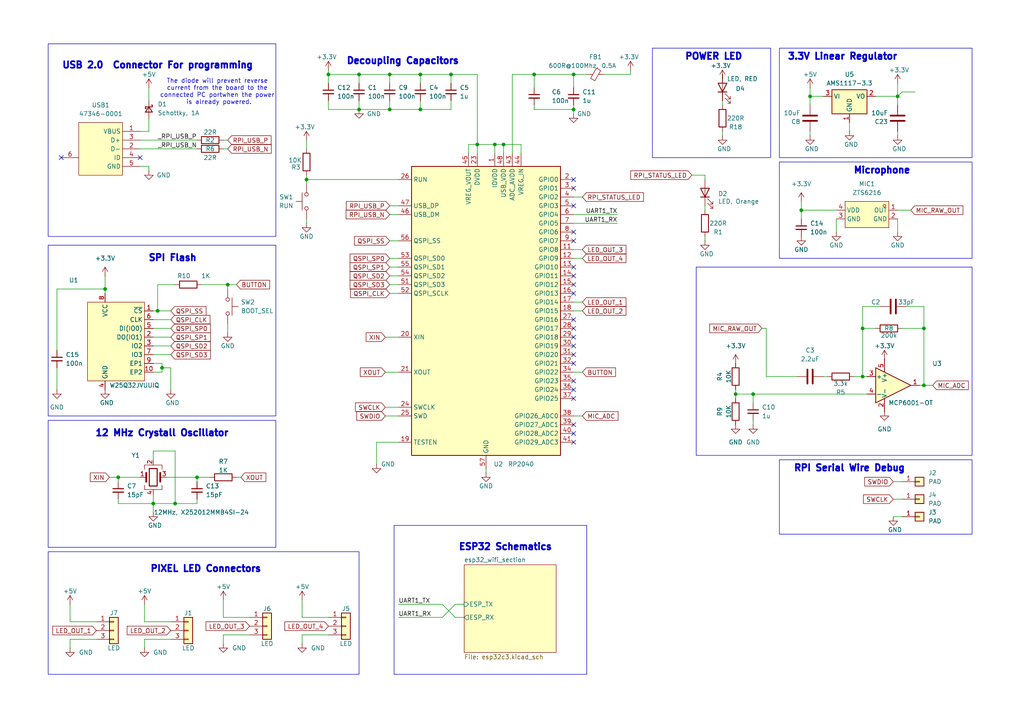
<source format=kicad_sch>
(kicad_sch (version 20231120) (generator "eeschema") (generator_version "8.0")
  (paper "A4")
  (lib_symbols
    (symbol "Amplifier_Operational:MCP6001-OT" (pin_names (offset 0.127))
      (property "Reference" "U" (at -1.27 6.35 0))
      (property "Value" "MCP6001-OT" (at -1.27 3.81 0))
      (symbol "MCP6001-OT_0_1"
        (pin power_in line (at -2.54 -7.62 90) (length 3.81) (name "V-") (number "2"))
        (pin power_in line (at -2.54 7.62 270) (length 3.81) (name "V+") (number "5"))
      )
      (symbol "MCP6001-OT_1_1"
        (pin output line (at 7.62 0 180) (length 2.54) (name "~") (number "1"))
        (pin input line (at -7.62 2.54 0) (length 2.54) (name "+") (number "3"))
        (pin input line (at -7.62 -2.54 0) (length 2.54) (name "-") (number "4"))
      )
    )
    (symbol "Connector_Generic:Conn_01x01" (pin_names (offset 1.016) hide)
      (property "Reference" "J" (at 0 2.54 0))
      (property "Value" "Conn_01x01" (at 0 -2.54 0))
      (symbol "Conn_01x01_1_1"
        (pin passive line (at -5.08 0 0) (length 3.81) (name "Pin_1") (number "1"))
      )
    )
    (symbol "Connector_Generic:Conn_01x03" (pin_names (offset 1.016) hide)
      (property "Reference" "J" (at 0 5.08 0))
      (property "Value" "Conn_01x03" (at 0 -5.08 0))
      (symbol "Conn_01x03_1_1"
        (pin passive line (at -5.08 2.54 0) (length 3.81) (name "Pin_1") (number "1"))
        (pin passive line (at -5.08 0 0) (length 3.81) (name "Pin_2") (number "2"))
        (pin passive line (at -5.08 -2.54 0) (length 3.81) (name "Pin_3") (number "3"))
      )
    )
    (symbol "Device:C" (pin_numbers hide) (pin_names (offset 0.254))
      (property "Reference" "C" (at 0.635 2.54 0))
      (property "Value" "C" (at 0.635 -2.54 0))
      (symbol "C_1_1"
        (pin passive line (at 0 3.81 270) (length 2.794) (name "~") (number "1"))
        (pin passive line (at 0 -3.81 90) (length 2.794) (name "~") (number "2"))
      )
    )
    (symbol "Device:C_Small" (pin_numbers hide) (pin_names (offset 0.254) hide)
      (property "Reference" "C" (at 0.254 1.778 0))
      (property "Value" "C_Small" (at 0.254 -2.032 0))
      (symbol "C_Small_1_1"
        (pin passive line (at 0 2.54 270) (length 2.032) (name "~") (number "1"))
        (pin passive line (at 0 -2.54 90) (length 2.032) (name "~") (number "2"))
      )
    )
    (symbol "Device:Crystal_GND24" (pin_names (offset 1.016) hide)
      (property "Reference" "Y" (at 3.175 5.08 0))
      (property "Value" "Crystal_GND24" (at 3.175 3.175 0))
      (symbol "Crystal_GND24_1_1"
        (pin passive line (at -3.81 0 0) (length 1.27) (name "1") (number "1"))
        (pin passive line (at 0 5.08 270) (length 1.27) (name "2") (number "2"))
        (pin passive line (at 3.81 0 180) (length 1.27) (name "3") (number "3"))
        (pin passive line (at 0 -5.08 90) (length 1.27) (name "4") (number "4"))
      )
    )
    (symbol "Device:D_Schottky_Small" (pin_numbers hide) (pin_names (offset 0.254) hide)
      (property "Reference" "D" (at -1.27 2.032 0))
      (property "Value" "D_Schottky_Small" (at -7.112 -2.032 0))
      (symbol "D_Schottky_Small_1_1"
        (pin passive line (at -2.54 0 0) (length 1.778) (name "K") (number "1"))
        (pin passive line (at 2.54 0 180) (length 1.778) (name "A") (number "2"))
      )
    )
    (symbol "Device:FerriteBead_Small" (pin_numbers hide) (pin_names (offset 0))
      (property "Reference" "FB" (at 1.905 1.27 0))
      (property "Value" "FerriteBead_Small" (at 1.905 -1.27 0))
      (symbol "FerriteBead_Small_1_1"
        (pin passive line (at 0 2.54 270) (length 1.27) (name "~") (number "1"))
        (pin passive line (at 0 -2.54 90) (length 1.27) (name "~") (number "2"))
      )
    )
    (symbol "Device:LED" (pin_numbers hide) (pin_names (offset 1.016) hide)
      (property "Reference" "D" (at 0 2.54 0))
      (property "Value" "LED" (at 0 -2.54 0))
      (symbol "LED_1_1"
        (pin passive line (at -3.81 0 0) (length 2.54) (name "K") (number "1"))
        (pin passive line (at 3.81 0 180) (length 2.54) (name "A") (number "2"))
      )
    )
    (symbol "Device:R" (pin_numbers hide) (pin_names (offset 0))
      (property "Reference" "R" (at 2.032 0 90))
      (property "Value" "R" (at 0 0 90))
      (symbol "R_1_1"
        (pin passive line (at 0 3.81 270) (length 1.27) (name "~") (number "1"))
        (pin passive line (at 0 -3.81 90) (length 1.27) (name "~") (number "2"))
      )
    )
    (symbol "External_Library:47346-0001"
      (property "Reference" "USB" (at 0 8.89 0))
      (property "Value" "47346-0001" (at 0.254 -11.938 0))
      (symbol "47346-0001_0_1"
        (pin bidirectional line (at -11.43 3.81 0) (length 5.08) (name "VBUS") (number "1"))
        (pin bidirectional line (at -11.43 -3.81 0) (length 5.08) (name "ID") (number "4"))
        (pin bidirectional line (at -11.43 -6.35 0) (length 5.08) (name "GND") (number "5"))
        (pin unspecified line (at 11.43 -3.81 180) (length 5.08) (name "") (number "6"))
      )
      (symbol "47346-0001_1_1"
        (pin input line (at -11.43 -1.27 0) (length 5.08) (name "D-") (number "2"))
        (pin input line (at -11.43 1.27 0) (length 5.08) (name "D+") (number "3"))
      )
    )
    (symbol "External_Library:W25Q32JVUUIQ"
      (property "Reference" "U" (at 0 16.51 0))
      (property "Value" "W25Q32JVUUIQ" (at 20.574 -16.51 0))
      (symbol "W25Q32JVUUIQ_0_1"
        (pin unspecified line (at 26.67 5.08 180) (length 2.54) (name "~{CS}") (number "1"))
        (pin unspecified line (at 26.67 -12.7 180) (length 2.54) (name "EP2") (number "10"))
        (pin unspecified line (at 26.67 -2.54 180) (length 2.54) (name "DO(IO1)") (number "2"))
        (pin unspecified line (at 12.7 -17.78 90) (length 2.54) (name "GND") (number "4"))
        (pin unspecified line (at 26.67 0 180) (length 2.54) (name "DI(IO0)") (number "5"))
        (pin unspecified line (at 26.67 2.54 180) (length 2.54) (name "CLK") (number "6"))
        (pin unspecified line (at 12.7 10.16 270) (length 2.54) (name "VCC") (number "8"))
        (pin unspecified line (at 26.67 -10.16 180) (length 2.54) (name "EP1") (number "9"))
      )
      (symbol "W25Q32JVUUIQ_1_1"
        (pin unspecified line (at 26.67 -5.08 180) (length 2.54) (name "IO2") (number "3"))
        (pin unspecified line (at 26.67 -7.62 180) (length 2.54) (name "IO3") (number "7"))
      )
    )
    (symbol "MCU_RaspberryPi:RP2040"
      (property "Reference" "U" (at 17.78 45.72 0))
      (property "Value" "RP2040" (at 17.78 43.18 0))
      (symbol "RP2040_1_1"
        (pin power_in line (at 2.54 45.72 270) (length 3.81) (name "IOVDD") (number "1"))
        (pin passive line (at 2.54 45.72 270) (length 3.81) hide (name "IOVDD") (number "10"))
        (pin bidirectional line (at 25.4 17.78 180) (length 3.81) (name "GPIO8") (number "11"))
        (pin bidirectional line (at 25.4 15.24 180) (length 3.81) (name "GPIO9") (number "12"))
        (pin bidirectional line (at 25.4 12.7 180) (length 3.81) (name "GPIO10") (number "13"))
        (pin bidirectional line (at 25.4 10.16 180) (length 3.81) (name "GPIO11") (number "14"))
        (pin bidirectional line (at 25.4 7.62 180) (length 3.81) (name "GPIO12") (number "15"))
        (pin bidirectional line (at 25.4 5.08 180) (length 3.81) (name "GPIO13") (number "16"))
        (pin bidirectional line (at 25.4 2.54 180) (length 3.81) (name "GPIO14") (number "17"))
        (pin bidirectional line (at 25.4 0 180) (length 3.81) (name "GPIO15") (number "18"))
        (pin input line (at -25.4 -38.1 0) (length 3.81) (name "TESTEN") (number "19"))
        (pin bidirectional line (at 25.4 38.1 180) (length 3.81) (name "GPIO0") (number "2"))
        (pin input line (at -25.4 -7.62 0) (length 3.81) (name "XIN") (number "20"))
        (pin passive line (at -25.4 -17.78 0) (length 3.81) (name "XOUT") (number "21"))
        (pin passive line (at 2.54 45.72 270) (length 3.81) hide (name "IOVDD") (number "22"))
        (pin power_in line (at -2.54 45.72 270) (length 3.81) (name "DVDD") (number "23"))
        (pin input line (at -25.4 -27.94 0) (length 3.81) (name "SWCLK") (number "24"))
        (pin bidirectional line (at -25.4 -30.48 0) (length 3.81) (name "SWD") (number "25"))
        (pin input line (at -25.4 38.1 0) (length 3.81) (name "RUN") (number "26"))
        (pin bidirectional line (at 25.4 -2.54 180) (length 3.81) (name "GPIO16") (number "27"))
        (pin bidirectional line (at 25.4 -5.08 180) (length 3.81) (name "GPIO17") (number "28"))
        (pin bidirectional line (at 25.4 -7.62 180) (length 3.81) (name "GPIO18") (number "29"))
        (pin bidirectional line (at 25.4 35.56 180) (length 3.81) (name "GPIO1") (number "3"))
        (pin bidirectional line (at 25.4 -10.16 180) (length 3.81) (name "GPIO19") (number "30"))
        (pin bidirectional line (at 25.4 -12.7 180) (length 3.81) (name "GPIO20") (number "31"))
        (pin bidirectional line (at 25.4 -15.24 180) (length 3.81) (name "GPIO21") (number "32"))
        (pin passive line (at 2.54 45.72 270) (length 3.81) hide (name "IOVDD") (number "33"))
        (pin bidirectional line (at 25.4 -17.78 180) (length 3.81) (name "GPIO22") (number "34"))
        (pin bidirectional line (at 25.4 -20.32 180) (length 3.81) (name "GPIO23") (number "35"))
        (pin bidirectional line (at 25.4 -22.86 180) (length 3.81) (name "GPIO24") (number "36"))
        (pin bidirectional line (at 25.4 -25.4 180) (length 3.81) (name "GPIO25") (number "37"))
        (pin bidirectional line (at 25.4 -30.48 180) (length 3.81) (name "GPIO26_ADC0") (number "38"))
        (pin bidirectional line (at 25.4 -33.02 180) (length 3.81) (name "GPIO27_ADC1") (number "39"))
        (pin bidirectional line (at 25.4 33.02 180) (length 3.81) (name "GPIO2") (number "4"))
        (pin bidirectional line (at 25.4 -35.56 180) (length 3.81) (name "GPIO28_ADC2") (number "40"))
        (pin bidirectional line (at 25.4 -38.1 180) (length 3.81) (name "GPIO29_ADC3") (number "41"))
        (pin passive line (at 2.54 45.72 270) (length 3.81) hide (name "IOVDD") (number "42"))
        (pin power_in line (at 7.62 45.72 270) (length 3.81) (name "ADC_AVDD") (number "43"))
        (pin power_in line (at 10.16 45.72 270) (length 3.81) (name "VREG_IN") (number "44"))
        (pin power_out line (at -5.08 45.72 270) (length 3.81) (name "VREG_VOUT") (number "45"))
        (pin bidirectional line (at -25.4 27.94 0) (length 3.81) (name "USB_DM") (number "46"))
        (pin bidirectional line (at -25.4 30.48 0) (length 3.81) (name "USB_DP") (number "47"))
        (pin power_in line (at 5.08 45.72 270) (length 3.81) (name "USB_VDD") (number "48"))
        (pin passive line (at 2.54 45.72 270) (length 3.81) hide (name "IOVDD") (number "49"))
        (pin bidirectional line (at 25.4 30.48 180) (length 3.81) (name "GPIO3") (number "5"))
        (pin passive line (at -2.54 45.72 270) (length 3.81) hide (name "DVDD") (number "50"))
        (pin bidirectional line (at -25.4 7.62 0) (length 3.81) (name "QSPI_SD3") (number "51"))
        (pin output line (at -25.4 5.08 0) (length 3.81) (name "QSPI_SCLK") (number "52"))
        (pin bidirectional line (at -25.4 15.24 0) (length 3.81) (name "QSPI_SD0") (number "53"))
        (pin bidirectional line (at -25.4 10.16 0) (length 3.81) (name "QSPI_SD2") (number "54"))
        (pin bidirectional line (at -25.4 12.7 0) (length 3.81) (name "QSPI_SD1") (number "55"))
        (pin bidirectional line (at -25.4 20.32 0) (length 3.81) (name "QSPI_SS") (number "56"))
        (pin power_in line (at 0 -45.72 90) (length 3.81) (name "GND") (number "57"))
        (pin bidirectional line (at 25.4 27.94 180) (length 3.81) (name "GPIO4") (number "6"))
        (pin bidirectional line (at 25.4 25.4 180) (length 3.81) (name "GPIO5") (number "7"))
        (pin bidirectional line (at 25.4 22.86 180) (length 3.81) (name "GPIO6") (number "8"))
        (pin bidirectional line (at 25.4 20.32 180) (length 3.81) (name "GPIO7") (number "9"))
      )
    )
    (symbol "Regulator_Linear:AMS1117-3.3"
      (property "Reference" "U" (at -3.81 3.175 0))
      (property "Value" "AMS1117-3.3" (at 0 3.175 0))
      (symbol "AMS1117-3.3_1_1"
        (pin power_in line (at 0 -7.62 90) (length 2.54) (name "GND") (number "1"))
        (pin power_out line (at 7.62 0 180) (length 2.54) (name "VO") (number "2"))
        (pin power_in line (at -7.62 0 0) (length 2.54) (name "VI") (number "3"))
      )
    )
    (symbol "Switch:SW_Push" (pin_numbers hide) (pin_names (offset 1.016) hide)
      (property "Reference" "SW" (at 1.27 2.54 0))
      (property "Value" "SW_Push" (at 0 -1.524 0))
      (symbol "SW_Push_0_1"
        (pin passive line (at -5.08 0 0) (length 2.54) (name "1") (number "1"))
        (pin passive line (at 5.08 0 180) (length 2.54) (name "2") (number "2"))
      )
    )
    (symbol "easyeda2kicad:ZTS6216"
      (property "Reference" "MIC" (at 0 6.35 0))
      (property "Value" "ZTS6216" (at 0 -6.35 0))
      (symbol "ZTS6216_0_1"
        (pin unspecified line (at -8.89 1.27 0) (length 2.54) (name "OUT") (number "1"))
        (pin unspecified line (at -8.89 -1.27 0) (length 2.54) (name "GND") (number "2"))
        (pin unspecified line (at 8.89 -1.27 180) (length 2.54) (name "GND") (number "3"))
        (pin unspecified line (at 8.89 1.27 180) (length 2.54) (name "VDD") (number "4"))
      )
    )
    (symbol "power:+3.3V" (power) (pin_numbers hide) (pin_names (offset 0) hide)
      (property "Value" "+3.3V" (at 0 3.556 0))
      (symbol "+3.3V_1_1"
        (pin power_in line (at 0 0 90) (length 0) (name "~") (number "1"))
      )
    )
    (symbol "power:+5V" (power) (pin_numbers hide) (pin_names (offset 0) hide)
      (property "Value" "+5V" (at 0 3.556 0))
      (symbol "+5V_1_1"
        (pin power_in line (at 0 0 90) (length 0) (name "~") (number "1"))
      )
    )
    (symbol "power:GND" (power) (pin_numbers hide) (pin_names (offset 0) hide)
      (property "Value" "GND" (at 0 -3.81 0))
      (symbol "GND_1_1"
        (pin power_in line (at 0 0 270) (length 0) (name "~") (number "1"))
      )
    )
  )
  (junction (at 104.14 31.75))
  (junction (at 232.41 60.96))
  (junction (at 88.9 52.07))
  (junction (at 154.94 21.59))
  (junction (at 213.36 114.3))
  (junction (at 130.81 21.59))
  (junction (at 104.14 21.59))
  (junction (at 250.19 95.25))
  (junction (at 113.03 21.59))
  (junction (at 45.72 90.17))
  (junction (at 121.92 21.59))
  (junction (at 50.8 146.05))
  (junction (at 146.05 41.91))
  (junction (at 113.03 31.75))
  (junction (at 95.25 21.59))
  (junction (at 121.92 31.75))
  (junction (at 166.37 21.59))
  (junction (at 44.45 146.05))
  (junction (at 166.37 31.75))
  (junction (at 234.95 27.94))
  (junction (at 30.48 83.82))
  (junction (at 57.15 138.43))
  (junction (at 218.44 114.3))
  (junction (at 138.43 41.91))
  (junction (at 267.97 95.25))
  (junction (at 46.99 106.68))
  (junction (at 66.04 82.55))
  (junction (at 267.97 111.76))
  (junction (at 143.51 41.91))
  (junction (at 250.19 109.22))
  (junction (at 34.29 138.43))
  (junction (at 260.35 27.94))
  (no_connect (at 166.37 85.09))
  (no_connect (at 166.37 113.03))
  (no_connect (at 166.37 100.33))
  (no_connect (at 166.37 105.41))
  (no_connect (at 166.37 59.69))
  (no_connect (at 166.37 110.49))
  (no_connect (at 166.37 125.73))
  (no_connect (at 166.37 52.07))
  (no_connect (at 166.37 95.25))
  (no_connect (at 166.37 128.27))
  (no_connect (at 40.64 45.72))
  (no_connect (at 17.78 45.72))
  (no_connect (at 166.37 123.19))
  (no_connect (at 166.37 77.47))
  (no_connect (at 166.37 80.01))
  (no_connect (at 166.37 102.87))
  (no_connect (at 166.37 92.71))
  (no_connect (at 166.37 54.61))
  (no_connect (at 166.37 115.57))
  (no_connect (at 166.37 97.79))
  (no_connect (at 166.37 69.85))
  (no_connect (at 166.37 67.31))
  (no_connect (at 166.37 82.55))
  (wire (pts (xy 113.03 31.75) (xy 121.92 31.75)))
  (wire (pts (xy 154.94 21.59) (xy 166.37 21.59)))
  (wire (pts (xy 113.03 21.59) (xy 113.03 24.13)))
  (wire (pts (xy 204.47 50.8) (xy 204.47 52.07)))
  (wire (pts (xy 66.04 82.55) (xy 68.58 82.55)))
  (wire (pts (xy 44.45 133.35) (xy 44.45 130.81)))
  (wire (pts (xy 87.63 179.07) (xy 95.25 179.07)))
  (wire (pts (xy 44.45 105.41) (xy 46.99 105.41)))
  (wire (pts (xy 175.26 21.59) (xy 182.88 21.59)))
  (wire (pts (xy 168.91 74.93) (xy 166.37 74.93)))
  (wire (pts (xy 168.91 107.95) (xy 166.37 107.95)))
  (wire (pts (xy 111.76 118.11) (xy 115.57 118.11)))
  (wire (pts (xy 182.88 20.32) (xy 182.88 21.59)))
  (wire (pts (xy 140.97 137.16) (xy 140.97 135.89)))
  (wire (pts (xy 115.57 175.26) (xy 128.27 175.26)))
  (wire (pts (xy 34.29 139.7) (xy 34.29 138.43)))
  (wire (pts (xy 121.92 21.59) (xy 130.81 21.59)))
  (wire (pts (xy 260.35 27.94) (xy 260.35 30.48)))
  (wire (pts (xy 44.45 143.51) (xy 44.45 146.05)))
  (wire (pts (xy 168.91 120.65) (xy 166.37 120.65)))
  (wire (pts (xy 238.76 109.22) (xy 240.03 109.22)))
  (wire (pts (xy 146.05 41.91) (xy 151.13 41.91)))
  (wire (pts (xy 113.03 21.59) (xy 121.92 21.59)))
  (wire (pts (xy 41.91 175.26) (xy 41.91 180.34)))
  (wire (pts (xy 209.55 29.21) (xy 209.55 30.48)))
  (wire (pts (xy 234.95 25.4) (xy 234.95 27.94)))
  (wire (pts (xy 132.08 179.07) (xy 134.62 179.07)))
  (wire (pts (xy 88.9 52.07) (xy 115.57 52.07)))
  (wire (pts (xy 87.63 186.69) (xy 87.63 184.15)))
  (wire (pts (xy 166.37 64.77) (xy 179.07 64.77)))
  (wire (pts (xy 95.25 21.59) (xy 104.14 21.59)))
  (wire (pts (xy 64.77 179.07) (xy 72.39 179.07)))
  (wire (pts (xy 135.89 44.45) (xy 135.89 41.91)))
  (wire (pts (xy 66.04 96.52) (xy 66.04 93.98)))
  (wire (pts (xy 218.44 114.3) (xy 218.44 116.84)))
  (wire (pts (xy 166.37 30.48) (xy 166.37 31.75)))
  (wire (pts (xy 213.36 114.3) (xy 213.36 115.57)))
  (wire (pts (xy 57.15 138.43) (xy 60.96 138.43)))
  (wire (pts (xy 166.37 21.59) (xy 170.18 21.59)))
  (wire (pts (xy 109.22 134.62) (xy 109.22 128.27)))
  (wire (pts (xy 64.77 40.64) (xy 66.04 40.64)))
  (wire (pts (xy 260.35 67.31) (xy 260.35 63.5)))
  (wire (pts (xy 111.76 107.95) (xy 115.57 107.95)))
  (wire (pts (xy 44.45 95.25) (xy 49.53 95.25)))
  (wire (pts (xy 128.27 175.26) (xy 132.08 179.07)))
  (wire (pts (xy 46.99 105.41) (xy 46.99 106.68)))
  (wire (pts (xy 148.59 21.59) (xy 148.59 44.45)))
  (wire (pts (xy 259.08 144.78) (xy 261.62 144.78)))
  (wire (pts (xy 146.05 41.91) (xy 146.05 44.45)))
  (wire (pts (xy 44.45 97.79) (xy 49.53 97.79)))
  (wire (pts (xy 143.51 41.91) (xy 143.51 44.45)))
  (wire (pts (xy 34.29 146.05) (xy 44.45 146.05)))
  (wire (pts (xy 88.9 50.8) (xy 88.9 52.07)))
  (wire (pts (xy 113.03 82.55) (xy 115.57 82.55)))
  (wire (pts (xy 261.62 26.67) (xy 260.35 27.94)))
  (wire (pts (xy 262.89 88.9) (xy 267.97 88.9)))
  (wire (pts (xy 104.14 31.75) (xy 113.03 31.75)))
  (wire (pts (xy 113.03 59.69) (xy 115.57 59.69)))
  (wire (pts (xy 95.25 20.32) (xy 95.25 21.59)))
  (wire (pts (xy 250.19 95.25) (xy 250.19 109.22)))
  (wire (pts (xy 68.58 138.43) (xy 69.85 138.43)))
  (wire (pts (xy 43.18 49.53) (xy 43.18 48.26)))
  (wire (pts (xy 250.19 88.9) (xy 255.27 88.9)))
  (wire (pts (xy 46.99 106.68) (xy 46.99 107.95)))
  (wire (pts (xy 87.63 173.99) (xy 87.63 179.07)))
  (wire (pts (xy 45.72 82.55) (xy 45.72 90.17)))
  (wire (pts (xy 204.47 59.69) (xy 204.47 60.96)))
  (wire (pts (xy 88.9 53.34) (xy 88.9 52.07)))
  (wire (pts (xy 43.18 25.4) (xy 43.18 29.21)))
  (wire (pts (xy 260.35 24.13) (xy 260.35 27.94)))
  (wire (pts (xy 113.03 80.01) (xy 115.57 80.01)))
  (wire (pts (xy 95.25 29.21) (xy 95.25 31.75)))
  (wire (pts (xy 132.08 175.26) (xy 134.62 175.26)))
  (wire (pts (xy 34.29 138.43) (xy 40.64 138.43)))
  (wire (pts (xy 250.19 109.22) (xy 251.46 109.22)))
  (wire (pts (xy 88.9 63.5) (xy 88.9 64.77)))
  (wire (pts (xy 20.32 175.26) (xy 20.32 180.34)))
  (wire (pts (xy 121.92 29.21) (xy 121.92 31.75)))
  (wire (pts (xy 138.43 41.91) (xy 143.51 41.91)))
  (wire (pts (xy 261.62 26.67) (xy 265.43 26.67)))
  (wire (pts (xy 46.99 106.68) (xy 49.53 106.68)))
  (wire (pts (xy 254 27.94) (xy 260.35 27.94)))
  (wire (pts (xy 58.42 82.55) (xy 66.04 82.55)))
  (wire (pts (xy 250.19 95.25) (xy 254 95.25)))
  (wire (pts (xy 41.91 185.42) (xy 49.53 185.42)))
  (wire (pts (xy 20.32 180.34) (xy 27.94 180.34)))
  (wire (pts (xy 66.04 83.82) (xy 66.04 82.55)))
  (wire (pts (xy 115.57 179.07) (xy 128.27 179.07)))
  (wire (pts (xy 41.91 180.34) (xy 49.53 180.34)))
  (wire (pts (xy 41.91 187.96) (xy 41.91 185.42)))
  (wire (pts (xy 250.19 88.9) (xy 250.19 95.25)))
  (wire (pts (xy 16.51 83.82) (xy 30.48 83.82)))
  (wire (pts (xy 270.51 111.76) (xy 267.97 111.76)))
  (wire (pts (xy 57.15 138.43) (xy 48.26 138.43)))
  (wire (pts (xy 64.77 43.18) (xy 66.04 43.18)))
  (wire (pts (xy 148.59 21.59) (xy 154.94 21.59)))
  (wire (pts (xy 166.37 31.75) (xy 166.37 33.02)))
  (wire (pts (xy 213.36 113.03) (xy 213.36 114.3)))
  (wire (pts (xy 113.03 77.47) (xy 115.57 77.47)))
  (wire (pts (xy 104.14 29.21) (xy 104.14 31.75)))
  (wire (pts (xy 111.76 120.65) (xy 115.57 120.65)))
  (wire (pts (xy 40.64 43.18) (xy 57.15 43.18)))
  (wire (pts (xy 111.76 97.79) (xy 115.57 97.79)))
  (wire (pts (xy 34.29 144.78) (xy 34.29 146.05)))
  (wire (pts (xy 40.64 40.64) (xy 57.15 40.64)))
  (wire (pts (xy 44.45 146.05) (xy 44.45 148.59)))
  (wire (pts (xy 40.64 48.26) (xy 43.18 48.26)))
  (wire (pts (xy 44.45 90.17) (xy 45.72 90.17)))
  (wire (pts (xy 166.37 87.63) (xy 168.91 87.63)))
  (wire (pts (xy 88.9 43.18) (xy 88.9 40.64)))
  (wire (pts (xy 261.62 95.25) (xy 267.97 95.25)))
  (wire (pts (xy 31.75 138.43) (xy 34.29 138.43)))
  (wire (pts (xy 213.36 114.3) (xy 218.44 114.3)))
  (wire (pts (xy 168.91 90.17) (xy 166.37 90.17)))
  (wire (pts (xy 104.14 21.59) (xy 104.14 24.13)))
  (wire (pts (xy 49.53 113.03) (xy 49.53 106.68)))
  (wire (pts (xy 154.94 30.48) (xy 154.94 31.75)))
  (wire (pts (xy 266.7 111.76) (xy 267.97 111.76)))
  (wire (pts (xy 200.66 50.8) (xy 204.47 50.8)))
  (wire (pts (xy 50.8 146.05) (xy 57.15 146.05)))
  (wire (pts (xy 138.43 41.91) (xy 135.89 41.91)))
  (wire (pts (xy 113.03 29.21) (xy 113.03 31.75)))
  (wire (pts (xy 44.45 130.81) (xy 50.8 130.81)))
  (wire (pts (xy 209.55 39.37) (xy 209.55 38.1)))
  (wire (pts (xy 143.51 41.91) (xy 146.05 41.91)))
  (wire (pts (xy 234.95 38.1) (xy 234.95 39.37)))
  (wire (pts (xy 121.92 31.75) (xy 130.81 31.75)))
  (wire (pts (xy 95.25 31.75) (xy 104.14 31.75)))
  (wire (pts (xy 87.63 184.15) (xy 95.25 184.15)))
  (wire (pts (xy 260.35 39.37) (xy 260.35 38.1)))
  (wire (pts (xy 234.95 30.48) (xy 234.95 27.94)))
  (wire (pts (xy 246.38 35.56) (xy 246.38 38.1)))
  (wire (pts (xy 64.77 186.69) (xy 64.77 184.15)))
  (wire (pts (xy 166.37 62.23) (xy 179.07 62.23)))
  (wire (pts (xy 242.57 67.31) (xy 242.57 63.5)))
  (wire (pts (xy 57.15 144.78) (xy 57.15 146.05)))
  (wire (pts (xy 16.51 106.68) (xy 16.51 113.03)))
  (wire (pts (xy 50.8 146.05) (xy 44.45 146.05)))
  (wire (pts (xy 64.77 173.99) (xy 64.77 179.07)))
  (wire (pts (xy 44.45 102.87) (xy 49.53 102.87)))
  (wire (pts (xy 44.45 107.95) (xy 46.99 107.95)))
  (wire (pts (xy 218.44 121.92) (xy 218.44 123.19)))
  (wire (pts (xy 154.94 31.75) (xy 166.37 31.75)))
  (wire (pts (xy 45.72 90.17) (xy 49.53 90.17)))
  (wire (pts (xy 95.25 24.13) (xy 95.25 21.59)))
  (wire (pts (xy 50.8 82.55) (xy 45.72 82.55)))
  (wire (pts (xy 209.55 22.86) (xy 209.55 21.59)))
  (wire (pts (xy 43.18 34.29) (xy 43.18 38.1)))
  (wire (pts (xy 168.91 57.15) (xy 166.37 57.15)))
  (wire (pts (xy 259.08 139.7) (xy 261.62 139.7)))
  (wire (pts (xy 50.8 130.81) (xy 50.8 146.05)))
  (wire (pts (xy 204.47 69.85) (xy 204.47 68.58)))
  (wire (pts (xy 234.95 27.94) (xy 238.76 27.94)))
  (wire (pts (xy 113.03 85.09) (xy 115.57 85.09)))
  (wire (pts (xy 138.43 41.91) (xy 138.43 44.45)))
  (wire (pts (xy 232.41 58.42) (xy 232.41 60.96)))
  (wire (pts (xy 267.97 95.25) (xy 267.97 111.76)))
  (wire (pts (xy 232.41 60.96) (xy 232.41 63.5)))
  (wire (pts (xy 113.03 62.23) (xy 115.57 62.23)))
  (wire (pts (xy 44.45 92.71) (xy 49.53 92.71)))
  (wire (pts (xy 128.27 179.07) (xy 132.08 175.26)))
  (wire (pts (xy 16.51 101.6) (xy 16.51 83.82)))
  (wire (pts (xy 259.08 149.86) (xy 261.62 149.86)))
  (wire (pts (xy 222.25 109.22) (xy 231.14 109.22)))
  (wire (pts (xy 64.77 184.15) (xy 72.39 184.15)))
  (wire (pts (xy 130.81 21.59) (xy 130.81 24.13)))
  (wire (pts (xy 247.65 109.22) (xy 250.19 109.22)))
  (wire (pts (xy 130.81 29.21) (xy 130.81 31.75)))
  (wire (pts (xy 20.32 187.96) (xy 20.32 185.42)))
  (wire (pts (xy 40.64 38.1) (xy 43.18 38.1)))
  (wire (pts (xy 222.25 109.22) (xy 222.25 95.25)))
  (wire (pts (xy 168.91 72.39) (xy 166.37 72.39)))
  (wire (pts (xy 218.44 114.3) (xy 251.46 114.3)))
  (wire (pts (xy 222.25 95.25) (xy 220.98 95.25)))
  (wire (pts (xy 113.03 74.93) (xy 115.57 74.93)))
  (wire (pts (xy 30.48 83.82) (xy 30.48 85.09)))
  (wire (pts (xy 138.43 21.59) (xy 138.43 41.91)))
  (wire (pts (xy 109.22 128.27) (xy 115.57 128.27)))
  (wire (pts (xy 166.37 25.4) (xy 166.37 21.59)))
  (wire (pts (xy 154.94 21.59) (xy 154.94 25.4)))
  (wire (pts (xy 264.16 60.96) (xy 260.35 60.96)))
  (wire (pts (xy 121.92 21.59) (xy 121.92 24.13)))
  (wire (pts (xy 267.97 88.9) (xy 267.97 95.25)))
  (wire (pts (xy 130.81 21.59) (xy 138.43 21.59)))
  (wire (pts (xy 30.48 80.01) (xy 30.48 83.82)))
  (wire (pts (xy 113.03 69.85) (xy 115.57 69.85)))
  (wire (pts (xy 44.45 100.33) (xy 49.53 100.33)))
  (wire (pts (xy 104.14 21.59) (xy 113.03 21.59)))
  (wire (pts (xy 57.15 139.7) (xy 57.15 138.43)))
  (wire (pts (xy 151.13 44.45) (xy 151.13 41.91)))
  (wire (pts (xy 232.41 60.96) (xy 242.57 60.96)))
  (wire (pts (xy 20.32 185.42) (xy 27.94 185.42)))
  (rectangle (start 13.97 71.12) (end 80.01 120.65))
  (rectangle (start 13.97 160.02) (end 104.14 195.58))
  (rectangle (start 189.23 13.97) (end 223.52 45.72))
  (rectangle (start 226.06 133.35) (end 281.94 154.94))
  (rectangle (start 201.93 77.47) (end 281.94 132.08))
  (rectangle (start 13.97 12.7) (end 80.01 68.58))
  (rectangle (start 226.06 13.97) (end 281.94 45.72))
  (rectangle (start 114.3 152.4) (end 170.18 195.58))
  (rectangle (start 13.97 121.92) (end 80.01 158.75))
  (rectangle (start 226.06 46.99) (end 281.94 74.93))
  (text "3.3V Linear Regulator " (at 245.11 16.51 0) (effects (font (size 1.905 1.905) (thickness 0.6096) (bold yes))))
  (text "Microphone " (at 256.54 49.53 0) (effects (font (size 1.905 1.905) (thickness 0.6096) (bold yes))))
  (text "SPI Flash " (at 50.8 74.93 0) (effects (font (size 1.905 1.905) (thickness 0.6096) (bold yes))))
  (text "RPI Serial Wire Debug" (at 246.38 135.89 0) (effects (font (size 1.905 1.905) (thickness 0.6096) (bold yes))))
  (text "Decoupling Capacitors" (at 116.84 17.78 0) (effects (font (size 1.905 1.905) (thickness 0.6096) (bold yes))))
  (text "POWER LED" (at 207.01 16.51 0) (effects (font (size 1.905 1.905) (thickness 0.6096) (bold yes))))
  (text "12 MHz Crystall Oscillator" (at 46.99 125.73 0) (effects (font (size 1.905 1.905) (thickness 0.6096) (bold yes))))
  (text "The diode will prevent reverse \ncurrent from the board to the \nconnected PC portwhen the power \nis already powered." (at 63.5 26.67 0) (effects (font (size 1.27 1.27))))
  (text "PIXEL LED Connectors" (at 59.69 165.1 0) (effects (font (size 1.905 1.905) (thickness 0.6096) (bold yes))))
  (text "USB 2.0  Connector For programming" (at 45.72 19.05 0) (effects (font (size 1.905 1.905) (thickness 0.6096) (bold yes))))
  (text "ESP32 Schematics " (at 147.32 158.75 0) (effects (font (size 1.905 1.905) (thickness 0.6096) (bold yes))))
  (label "UART1_TX" (at 115.57 175.26 0))
  (label "UART1_RX" (at 179.07 64.77 180))
  (label "UART1_RX" (at 115.57 179.07 0))
  (label "_RPI_USB_P" (at 45.72 40.64 0))
  (label "UART1_TX" (at 179.07 62.23 180))
  (label "_RPI_USB_N" (at 45.72 43.18 0))
  (global_label "QSPI_SD2" (shape input) (at 113.03 80.01 180) (property "Intersheetrefs" "${INTERSHEET_REFS}" (effects (hide yes))))
  (global_label "MIC_ADC" (shape input) (at 270.51 111.76 0) (property "Intersheetrefs" "${INTERSHEET_REFS}" (effects (hide yes))))
  (global_label "MIC_RAW_OUT" (shape input) (at 220.98 95.25 180) (property "Intersheetrefs" "${INTERSHEET_REFS}" (effects (hide yes))))
  (global_label "SWDIO" (shape input) (at 259.08 139.7 180) (property "Intersheetrefs" "${INTERSHEET_REFS}" (effects (hide yes))))
  (global_label "QSPI_SS" (shape input) (at 49.53 90.17 0) (property "Intersheetrefs" "${INTERSHEET_REFS}" (effects (hide yes))))
  (global_label "XOUT" (shape input) (at 69.85 138.43 0) (property "Intersheetrefs" "${INTERSHEET_REFS}" (effects (hide yes))))
  (global_label "RPI_USB_N" (shape input) (at 113.03 62.23 180) (property "Intersheetrefs" "${INTERSHEET_REFS}" (effects (hide yes))))
  (global_label "LED_OUT_1" (shape input) (at 27.94 182.88 180) (property "Intersheetrefs" "${INTERSHEET_REFS}" (effects (hide yes))))
  (global_label "LED_OUT_2" (shape input) (at 49.53 182.88 180) (property "Intersheetrefs" "${INTERSHEET_REFS}" (effects (hide yes))))
  (global_label "RPI_USB_N" (shape input) (at 66.04 43.18 0) (property "Intersheetrefs" "${INTERSHEET_REFS}" (effects (hide yes))))
  (global_label "QSPI_SS" (shape input) (at 113.03 69.85 180) (property "Intersheetrefs" "${INTERSHEET_REFS}" (effects (hide yes))))
  (global_label "LED_OUT_4" (shape input) (at 95.25 181.61 180) (property "Intersheetrefs" "${INTERSHEET_REFS}" (effects (hide yes))))
  (global_label "SWCLK" (shape input) (at 111.76 118.11 180) (property "Intersheetrefs" "${INTERSHEET_REFS}" (effects (hide yes))))
  (global_label "QSPI_SP1" (shape input) (at 49.53 97.79 0) (property "Intersheetrefs" "${INTERSHEET_REFS}" (effects (hide yes))))
  (global_label "XIN" (shape input) (at 31.75 138.43 180) (property "Intersheetrefs" "${INTERSHEET_REFS}" (effects (hide yes))))
  (global_label "RPI_USB_P" (shape input) (at 113.03 59.69 180) (property "Intersheetrefs" "${INTERSHEET_REFS}" (effects (hide yes))))
  (global_label "RPI_USB_P" (shape input) (at 66.04 40.64 0) (property "Intersheetrefs" "${INTERSHEET_REFS}" (effects (hide yes))))
  (global_label "QSPI_SP1" (shape input) (at 113.03 77.47 180) (property "Intersheetrefs" "${INTERSHEET_REFS}" (effects (hide yes))))
  (global_label "QSPI_CLK" (shape input) (at 49.53 92.71 0) (property "Intersheetrefs" "${INTERSHEET_REFS}" (effects (hide yes))))
  (global_label "SWCLK" (shape input) (at 259.08 144.78 180) (property "Intersheetrefs" "${INTERSHEET_REFS}" (effects (hide yes))))
  (global_label "XOUT" (shape input) (at 111.76 107.95 180) (property "Intersheetrefs" "${INTERSHEET_REFS}" (effects (hide yes))))
  (global_label "LED_OUT_2" (shape input) (at 168.91 90.17 0) (property "Intersheetrefs" "${INTERSHEET_REFS}" (effects (hide yes))))
  (global_label "MIC_ADC" (shape input) (at 168.91 120.65 0) (property "Intersheetrefs" "${INTERSHEET_REFS}" (effects (hide yes))))
  (global_label "QSPI_SP0" (shape input) (at 49.53 95.25 0) (property "Intersheetrefs" "${INTERSHEET_REFS}" (effects (hide yes))))
  (global_label "SWDIO" (shape input) (at 111.76 120.65 180) (property "Intersheetrefs" "${INTERSHEET_REFS}" (effects (hide yes))))
  (global_label "BUTTON" (shape input) (at 168.91 107.95 0) (property "Intersheetrefs" "${INTERSHEET_REFS}" (effects (hide yes))))
  (global_label "XIN" (shape input) (at 111.76 97.79 180) (property "Intersheetrefs" "${INTERSHEET_REFS}" (effects (hide yes))))
  (global_label "RPI_STATUS_LED" (shape input) (at 200.66 50.8 180) (property "Intersheetrefs" "${INTERSHEET_REFS}" (effects (hide yes))))
  (global_label "RPI_STATUS_LED" (shape input) (at 168.91 57.15 0) (property "Intersheetrefs" "${INTERSHEET_REFS}" (effects (hide yes))))
  (global_label "LED_OUT_3" (shape input) (at 72.39 181.61 180) (property "Intersheetrefs" "${INTERSHEET_REFS}" (effects (hide yes))))
  (global_label "LED_OUT_1" (shape input) (at 168.91 87.63 0) (property "Intersheetrefs" "${INTERSHEET_REFS}" (effects (hide yes))))
  (global_label "QSPI_SD3" (shape input) (at 113.03 82.55 180) (property "Intersheetrefs" "${INTERSHEET_REFS}" (effects (hide yes))))
  (global_label "LED_OUT_4" (shape input) (at 168.91 74.93 0) (property "Intersheetrefs" "${INTERSHEET_REFS}" (effects (hide yes))))
  (global_label "BUTTON" (shape input) (at 68.58 82.55 0) (property "Intersheetrefs" "${INTERSHEET_REFS}" (effects (hide yes))))
  (global_label "QSPI_SD3" (shape input) (at 49.53 102.87 0) (property "Intersheetrefs" "${INTERSHEET_REFS}" (effects (hide yes))))
  (global_label "QSPI_SP0" (shape input) (at 113.03 74.93 180) (property "Intersheetrefs" "${INTERSHEET_REFS}" (effects (hide yes))))
  (global_label "LED_OUT_3" (shape input) (at 168.91 72.39 0) (property "Intersheetrefs" "${INTERSHEET_REFS}" (effects (hide yes))))
  (global_label "QSPI_SD2" (shape input) (at 49.53 100.33 0) (property "Intersheetrefs" "${INTERSHEET_REFS}" (effects (hide yes))))
  (global_label "MIC_RAW_OUT" (shape input) (at 264.16 60.96 0) (property "Intersheetrefs" "${INTERSHEET_REFS}" (effects (hide yes))))
  (global_label "QSPI_CLK" (shape input) (at 113.03 85.09 180) (property "Intersheetrefs" "${INTERSHEET_REFS}" (effects (hide yes))))
  (symbol (lib_id "power:+3.3V") (at 30.48 80.01 0) (unit 1)
    (property "Reference" "#PWR04" (effects (hide yes)))
    (property "Value" "+3.3V" (at 30.48 74.93 0))
    (property "Description" "Power symbol creates a global label with name \"+3.3V\"" (effects (hide yes)))
  )
  (symbol (lib_id "Amplifier_Operational:MCP6001-OT") (at 259.08 111.76 0) (unit 1)
    (property "Reference" "U3" (at 271.78 105.4414 0))
    (property "Value" "MCP6001-OT" (at 264.16 116.84 0))
    (property "Footprint" "Package_TO_SOT_SMD:SOT-23-5" (effects (hide yes)))
    (property "Datasheet" "https://www.lcsc.com/product-detail/Operational-Amplifier_Microchip-Tech-MCP6001T-I-OT_C116490.html" (effects (hide yes)))
    (property "Description" "1MHz, Low-Power Op Amp, SOT-23-5" (effects (hide yes)))
    (property "LCSC Part" "C116490" (effects (hide yes)))
  )
  (symbol (lib_id "power:+3.3V") (at 213.36 105.41 0) (unit 1)
    (property "Reference" "#PWR09" (effects (hide yes)))
    (property "Value" "+3.3V" (at 213.36 100.33 0))
    (property "Description" "Power symbol creates a global label with name \"+3.3V\"" (effects (hide yes)))
  )
  (symbol (lib_id "power:GND") (at 44.45 148.59 0) (unit 1)
    (property "Reference" "#PWR011" (effects (hide yes)))
    (property "Value" "GND" (at 46.99 152.4 0) (effects (justify right)))
    (property "Description" "Power symbol creates a global label with name \"GND\" , ground" (effects (hide yes)))
  )
  (symbol (lib_id "Connector_Generic:Conn_01x03") (at 77.47 181.61 0) (unit 1) (in_bom no)
    (property "Reference" "J6" (at 77.47 176.53 0))
    (property "Value" "LED" (at 77.47 186.69 0))
    (property "Footprint" "External_Library:PIXEL-LED-PAD" (effects (hide yes)))
    (property "Description" "Generic connector, single row, 01x03, script generated (kicad-library-utils/schlib/autogen/connector/)" (effects (hide yes)))
  )
  (symbol (lib_id "power:+3.3V") (at 232.41 58.42 0) (mirror y) (unit 1)
    (property "Reference" "#PWR028" (effects (hide yes)))
    (property "Value" "+3.3V" (at 232.41 53.34 0))
    (property "Description" "Power symbol creates a global label with name \"+3.3V\"" (effects (hide yes)))
  )
  (symbol (lib_id "Device:Crystal_GND24") (at 44.45 138.43 0) (unit 1)
    (property "Reference" "Y1" (at 39.37 132.08 0))
    (property "Value" "12MHz, X252012MMB4SI-24" (at 58.42 148.59 0))
    (property "Footprint" "Crystal:Crystal_SMD_2520-4Pin_2.5x2.0mm" (effects (hide yes)))
    (property "Datasheet" "https://www.lcsc.com/product-detail/Crystals_YXC-Crystal-Oscillators-X252012MMB4SI-24_C2896601.html" (effects (hide yes)))
    (property "Description" "Four pin crystal, GND on pins 2 and 4" (effects (hide yes)))
    (property "LCSC Part" "C2896601" (effects (hide yes)))
  )
  (symbol (lib_id "Device:C_Small") (at 34.29 142.24 0) (unit 1)
    (property "Reference" "C7" (at 36.83 140.9762 0) (effects (justify left)))
    (property "Value" "15pF" (at 36.83 143.5162 0) (effects (justify left)))
    (property "Footprint" "Capacitor_SMD:C_0402_1005Metric" (effects (hide yes)))
    (property "Datasheet" "https://www.lcsc.com/product-detail/Multilayer-Ceramic-Capacitors-MLCC-SMD-SMT_FH-Guangdong-Fenghua-Advanced-Tech-0402CG150J500NT_C1548.html" (effects (hide yes)))
    (property "Description" "Unpolarized capacitor, small symbol" (effects (hide yes)))
    (property "LCSC Part" "C1548" (effects (hide yes)))
  )
  (symbol (lib_id "power:GND") (at 218.44 123.19 0) (unit 1)
    (property "Reference" "#PWR061" (effects (hide yes)))
    (property "Value" "GND" (at 218.44 128.27 0))
    (property "Description" "Power symbol creates a global label with name \"GND\" , ground" (effects (hide yes)))
  )
  (symbol (lib_id "Device:LED") (at 209.55 25.4 90) (unit 1)
    (property "Reference" "D4" (at 213.36 25.7174 90) (effects (justify right)))
    (property "Value" "LED, RED" (at 210.82 22.86 90) (effects (justify right)))
    (property "Footprint" "LED_SMD:LED_0402_1005Metric" (effects (hide yes)))
    (property "Datasheet" "https://www.lcsc.com/product-detail/LED-Indication-Discrete_Everlight-Elec-16-213SDRC-S530-A3-TR8_C71911.html" (effects (hide yes)))
    (property "Description" "Light emitting diode" (effects (hide yes)))
    (property "LCSC Part" "C71911" (effects (hide yes)))
  )
  (symbol (lib_id "power:GND") (at 49.53 113.03 0) (unit 1)
    (property "Reference" "#PWR01" (effects (hide yes)))
    (property "Value" "GND" (at 52.07 116.84 0) (effects (justify right)))
    (property "Description" "Power symbol creates a global label with name \"GND\" , ground" (effects (hide yes)))
  )
  (symbol (lib_id "Device:C_Small") (at 57.15 142.24 0) (unit 1)
    (property "Reference" "C13" (at 59.69 140.9762 0) (effects (justify left)))
    (property "Value" "15pF" (at 59.69 143.5162 0) (effects (justify left)))
    (property "Footprint" "Capacitor_SMD:C_0402_1005Metric" (effects (hide yes)))
    (property "Datasheet" "https://www.lcsc.com/product-detail/Multilayer-Ceramic-Capacitors-MLCC-SMD-SMT_FH-Guangdong-Fenghua-Advanced-Tech-0402CG150J500NT_C1548.html" (effects (hide yes)))
    (property "Description" "Unpolarized capacitor, small symbol" (effects (hide yes)))
    (property "LCSC Part" "C1548" (effects (hide yes)))
  )
  (symbol (lib_id "Device:C") (at 260.35 34.29 0) (unit 1)
    (property "Reference" "C23" (at 257.556 35.306 0) (effects (justify right)))
    (property "Value" "10uF" (at 257.556 32.766 0) (effects (justify right)))
    (property "Footprint" "Capacitor_SMD:C_0603_1608Metric" (effects (hide yes)))
    (property "Datasheet" "https://www.lcsc.com/product-detail/Multilayer-Ceramic-Capacitors-MLCC-SMD-SMT_Murata-Electronics-GRM188C80J106KA73D_C385035.html" (effects (hide yes)))
    (property "Description" "Unpolarized capacitor" (effects (hide yes)))
    (property "LCSC Part" "C385035" (effects (hide yes)))
  )
  (symbol (lib_id "power:GND") (at 66.04 96.52 0) (unit 1)
    (property "Reference" "#PWR017" (effects (hide yes)))
    (property "Value" "GND" (at 66.04 100.33 0))
    (property "Description" "Power symbol creates a global label with name \"GND\" , ground" (effects (hide yes)))
  )
  (symbol (lib_id "External_Library:47346-0001") (at 29.21 41.91 0) (mirror y) (unit 1)
    (property "Reference" "USB1" (at 29.21 30.48 0))
    (property "Value" "47346-0001" (at 29.21 33.02 0))
    (property "Footprint" "External_Library:MICRO-USB-SMD_47346-0001" (effects (hide yes)))
    (property "Datasheet" "https://lcsc.com/product-detail/USB-Connectors_MOLEX_47346-0001_47346-0001_C132560.html" (effects (hide yes)))
    (property "LCSC Part" "C132560" (effects (hide yes)))
  )
  (symbol (lib_id "power:GND") (at 41.91 187.96 0) (unit 1)
    (property "Reference" "#PWR058" (effects (hide yes)))
    (property "Value" "GND" (at 44.45 189.2299 0) (effects (justify left)))
    (property "Description" "Power symbol creates a global label with name \"GND\" , ground" (effects (hide yes)))
  )
  (symbol (lib_id "power:+3.3V") (at 209.55 22.86 0) (unit 1)
    (property "Reference" "#PWR015" (effects (hide yes)))
    (property "Value" "+3.3V" (at 209.042 19.05 0))
    (property "Description" "Power symbol creates a global label with name \"+3.3V\"" (effects (hide yes)))
  )
  (symbol (lib_id "Connector_Generic:Conn_01x01") (at 266.7 144.78 0) (unit 1) (in_bom no)
    (property "Reference" "J4" (at 269.24 143.51 0) (effects (justify left)))
    (property "Value" "PAD" (at 269.24 146.05 0) (effects (justify left)))
    (property "Footprint" "TestPoint:TestPoint_Pad_1.0x1.0mm" (effects (hide yes)))
  )
  (symbol (lib_id "Device:C_Small") (at 113.03 26.67 0) (unit 1)
    (property "Reference" "C9" (at 115.57 25.4062 0) (effects (justify left)))
    (property "Value" "100n" (at 115.57 27.9462 0) (effects (justify left)))
    (property "Footprint" "Capacitor_SMD:C_0402_1005Metric" (effects (hide yes)))
    (property "Datasheet" "https://www.lcsc.com/product-detail/Multilayer-Ceramic-Capacitors-MLCC-SMD-SMT_Samsung-Electro-Mechanics-CL05B104KO5NNNC_C1525.html" (effects (hide yes)))
    (property "Description" "Unpolarized capacitor, small symbol" (effects (hide yes)))
    (property "LCSC Part" "C1525" (effects (hide yes)))
  )
  (symbol (lib_id "Device:C_Small") (at 232.41 66.04 0) (unit 1)
    (property "Reference" "C14" (at 234.95 64.7762 0) (effects (justify left)))
    (property "Value" "100n" (at 234.95 67.3162 0) (effects (justify left)))
    (property "Footprint" "Capacitor_SMD:C_0402_1005Metric" (effects (hide yes)))
    (property "Datasheet" "https://www.lcsc.com/product-detail/Multilayer-Ceramic-Capacitors-MLCC-SMD-SMT_Samsung-Electro-Mechanics-CL05B104KO5NNNC_C1525.html" (effects (hide yes)))
    (property "Description" "Unpolarized capacitor, small symbol" (effects (hide yes)))
    (property "LCSC Part" "C1525" (effects (hide yes)))
  )
  (symbol (lib_id "power:GND") (at 209.55 39.37 0) (unit 1)
    (property "Reference" "#PWR014" (effects (hide yes)))
    (property "Value" "GND" (at 212.09 43.18 0) (effects (justify right)))
    (property "Description" "Power symbol creates a global label with name \"GND\" , ground" (effects (hide yes)))
  )
  (symbol (lib_id "power:GND") (at 232.41 68.58 0) (mirror y) (unit 1)
    (property "Reference" "#PWR029" (effects (hide yes)))
    (property "Value" "GND" (at 232.41 72.39 0))
    (property "Description" "Power symbol creates a global label with name \"GND\" , ground" (effects (hide yes)))
  )
  (symbol (lib_id "power:GND") (at 213.36 123.19 0) (unit 1)
    (property "Reference" "#PWR010" (effects (hide yes)))
    (property "Value" "GND" (at 213.36 128.27 0))
    (property "Description" "Power symbol creates a global label with name \"GND\" , ground" (effects (hide yes)))
  )
  (symbol (lib_id "Connector_Generic:Conn_01x01") (at 266.7 149.86 0) (unit 1) (in_bom no)
    (property "Reference" "J3" (at 269.24 148.59 0) (effects (justify left)))
    (property "Value" "PAD" (at 269.24 151.13 0) (effects (justify left)))
    (property "Footprint" "TestPoint:TestPoint_Pad_1.0x1.0mm" (effects (hide yes)))
  )
  (symbol (lib_id "power:GND") (at 30.48 113.03 0) (unit 1)
    (property "Reference" "#PWR05" (effects (hide yes)))
    (property "Value" "GND" (at 33.02 116.84 0) (effects (justify right)))
    (property "Description" "Power symbol creates a global label with name \"GND\" , ground" (effects (hide yes)))
  )
  (symbol (lib_id "MCU_RaspberryPi:RP2040") (at 140.97 90.17 0) (unit 1)
    (property "Reference" "U2" (at 143.1641 134.62 0) (effects (justify left)))
    (property "Value" "RP2040" (at 147.32 134.62 0) (effects (justify left)))
    (property "Footprint" "Package_DFN_QFN:QFN-56-1EP_7x7mm_P0.4mm_EP3.2x3.2mm" (effects (hide yes)))
    (property "Datasheet" "https://datasheets.raspberrypi.com/rp2040/rp2040-datasheet.pdf" (effects (hide yes)))
    (property "Description" "A microcontroller by Raspberry Pi" (effects (hide yes)))
    (property "LCSC Part" "C2040" (effects (hide yes)))
  )
  (symbol (lib_id "Device:LED") (at 204.47 55.88 90) (unit 1)
    (property "Reference" "D2" (at 208.28 56.1974 90) (effects (justify right)))
    (property "Value" "LED, Orange" (at 208.28 58.42 90) (effects (justify right)))
    (property "Footprint" "LED_SMD:LED_0402_1005Metric" (effects (hide yes)))
    (property "Datasheet" "https://www.lcsc.com/product-detail/LED-Indication-Discrete_TOGIALED-TJ-S1005SW4TGLC0A-A5_C273599.html" (effects (hide yes)))
    (property "Description" "Light emitting diode" (effects (hide yes)))
    (property "LCSC Part" "C273599" (effects (hide yes)))
  )
  (symbol (lib_id "Device:R") (at 88.9 46.99 0) (unit 1)
    (property "Reference" "R3" (at 85.852 48.514 0))
    (property "Value" "10K" (at 85.598 46.482 0))
    (property "Footprint" "Resistor_SMD:R_0402_1005Metric" (effects (hide yes)))
    (property "Datasheet" "https://www.lcsc.com/product-detail/Chip-Resistor-Surface-Mount_UNI-ROYAL-Uniroyal-Elec-0402WGF1002TCE_C25744.html" (effects (hide yes)))
    (property "Description" "Resistor" (effects (hide yes)))
    (property "LCSC Part" "C25744" (effects (hide yes)))
  )
  (symbol (lib_id "Device:R") (at 213.36 119.38 180) (unit 1)
    (property "Reference" "R9" (at 208.788 119.38 90))
    (property "Value" "10K" (at 211.328 119.38 90))
    (property "Footprint" "Resistor_SMD:R_0402_1005Metric" (effects (hide yes)))
    (property "Datasheet" "https://www.lcsc.com/product-detail/Chip-Resistor-Surface-Mount_UNI-ROYAL-Uniroyal-Elec-0402WGF1002TCE_C25744.html" (effects (hide yes)))
    (property "Description" "Resistor" (effects (hide yes)))
    (property "LCSC Part" "C25744" (effects (hide yes)))
  )
  (symbol (lib_id "power:+3.3V") (at 95.25 20.32 0) (unit 1)
    (property "Reference" "#PWR021" (effects (hide yes)))
    (property "Value" "+3.3V" (at 94.742 16.51 0))
    (property "Description" "Power symbol creates a global label with name \"+3.3V\"" (effects (hide yes)))
  )
  (symbol (lib_id "power:GND") (at 16.51 113.03 0) (unit 1)
    (property "Reference" "#PWR052" (effects (hide yes)))
    (property "Value" "GND" (at 18.542 118.11 0) (effects (justify right)))
    (property "Description" "Power symbol creates a global label with name \"GND\" , ground" (effects (hide yes)))
  )
  (symbol (lib_id "power:GND") (at 242.57 67.31 0) (mirror y) (unit 1)
    (property "Reference" "#PWR032" (effects (hide yes)))
    (property "Value" "GND" (at 242.57 71.12 0))
    (property "Description" "Power symbol creates a global label with name \"GND\" , ground" (effects (hide yes)))
  )
  (symbol (lib_id "power:GND") (at 64.77 186.69 0) (unit 1)
    (property "Reference" "#PWR060" (effects (hide yes)))
    (property "Value" "GND" (at 67.31 187.9599 0) (effects (justify left)))
    (property "Description" "Power symbol creates a global label with name \"GND\" , ground" (effects (hide yes)))
  )
  (symbol (lib_id "Device:C_Small") (at 154.94 27.94 0) (unit 1)
    (property "Reference" "C6" (at 160.02 26.6762 0) (effects (justify left)))
    (property "Value" "100n" (at 160.02 29.2162 0) (effects (justify left)))
    (property "Footprint" "Capacitor_SMD:C_0402_1005Metric" (effects (hide yes)))
    (property "Datasheet" "https://www.lcsc.com/product-detail/Multilayer-Ceramic-Capacitors-MLCC-SMD-SMT_Samsung-Electro-Mechanics-CL05B104KO5NNNC_C1525.html" (effects (hide yes)))
    (property "Description" "Unpolarized capacitor, small symbol" (effects (hide yes)))
    (property "LCSC Part" "C1525" (effects (hide yes)))
  )
  (symbol (lib_id "easyeda2kicad:ZTS6216") (at 251.46 62.23 0) (mirror y) (unit 1)
    (property "Reference" "MIC1" (at 251.46 53.34 0))
    (property "Value" "ZTS6216" (at 251.46 55.88 0))
    (property "Footprint" "External_Library:MIC-SMD_4P-L2.8-W1.9-P1.84-TL" (effects (hide yes)))
    (property "Datasheet" "https://lcsc.com/product-detail/New-Arrivals_ZILLTEK-ZTS6216_C481302.html" (effects (hide yes)))
    (property "LCSC Part" "C481302" (effects (hide yes)))
  )
  (symbol (lib_id "power:GND") (at 204.47 69.85 0) (unit 1)
    (property "Reference" "#PWR027" (effects (hide yes)))
    (property "Value" "GND" (at 207.01 73.66 0) (effects (justify right)))
    (property "Description" "Power symbol creates a global label with name \"GND\" , ground" (effects (hide yes)))
  )
  (symbol (lib_id "Device:R") (at 60.96 43.18 90) (unit 1)
    (property "Reference" "R6" (at 60.96 43.18 90))
    (property "Value" "22R" (at 60.96 45.72 90))
    (property "Footprint" "Resistor_SMD:R_0402_1005Metric" (effects (hide yes)))
    (property "Datasheet" "https://www.lcsc.com/product-detail/Chip-Resistor-Surface-Mount_UNI-ROYAL-Uniroyal-Elec-0402WGF220JTCE_C25092.html" (effects (hide yes)))
    (property "Description" "Resistor" (effects (hide yes)))
    (property "LCSC Part" "C25092" (effects (hide yes)))
  )
  (symbol (lib_id "Device:R") (at 243.84 109.22 270) (unit 1)
    (property "Reference" "R5" (at 243.84 113.792 90))
    (property "Value" "3.3k" (at 243.84 111.252 90))
    (property "Footprint" "Resistor_SMD:R_0402_1005Metric" (effects (hide yes)))
    (property "Datasheet" "https://www.lcsc.com/product-detail/Chip-Resistor-Surface-Mount_UNI-ROYAL-Uniroyal-Elec-0402WGF3301TCE_C25890.html" (effects (hide yes)))
    (property "Description" "Resistor" (effects (hide yes)))
    (property "LCSC Part" "C25890" (effects (hide yes)))
  )
  (symbol (lib_id "power:GND") (at 20.32 187.96 0) (unit 1)
    (property "Reference" "#PWR055" (effects (hide yes)))
    (property "Value" "GND" (at 22.86 189.2299 0) (effects (justify left)))
    (property "Description" "Power symbol creates a global label with name \"GND\" , ground" (effects (hide yes)))
  )
  (symbol (lib_id "Switch:SW_Push") (at 66.04 88.9 270) (unit 1)
    (property "Reference" "SW2" (at 69.85 87.6299 90) (effects (justify left)))
    (property "Value" "BOOT_SEL" (at 69.85 90.1699 90) (effects (justify left)))
    (property "Footprint" "Button_Switch_SMD:SW_SPST_B3U-1000P" (effects (hide yes)))
    (property "Datasheet" "https://www.lcsc.com/product-detail/Tactile-Switches_Omron-Electronics-B3U-1000P_C231329.html" (effects (hide yes)))
    (property "Description" "Push button switch, generic, two pins" (effects (hide yes)))
    (property "LCSC Part" " C231329" (effects (hide yes)))
  )
  (symbol (lib_id "power:GND") (at 140.97 137.16 0) (unit 1)
    (property "Reference" "#PWR024" (effects (hide yes)))
    (property "Value" "GND" (at 140.97 140.97 0))
    (property "Description" "Power symbol creates a global label with name \"GND\" , ground" (effects (hide yes)))
  )
  (symbol (lib_id "External_Library:W25Q32JVUUIQ") (at 17.78 95.25 0) (unit 1)
    (property "Reference" "U1" (at 19.9741 81.28 0) (effects (justify left)))
    (property "Value" "W25Q32JVUUIQ" (at 31.75 111.76 0) (effects (justify left)))
    (property "Footprint" "External_Library:USON-8_L4.0-W3.0-P0.80-BL_WINBOND_UU" (effects (hide yes)))
    (property "Datasheet" "https://www.lcsc.com/product-detail/NOR-FLASH_Winbond-Elec-W25Q32JVUUIQ_C2999380.html" (effects (hide yes)))
    (property "LCSC Part" "C2999380" (effects (hide yes)))
  )
  (symbol (lib_id "Device:C") (at 259.08 88.9 90) (unit 1)
    (property "Reference" "C2" (at 254 87.63 90))
    (property "Value" "33pF" (at 262.89 87.63 90))
    (property "Footprint" "Capacitor_SMD:C_0402_1005Metric" (effects (hide yes)))
    (property "Datasheet" "https://www.lcsc.com/product-detail/Multilayer-Ceramic-Capacitors-MLCC-SMD-SMT_FH-Guangdong-Fenghua-Advanced-Tech-0402CG330J500NT_C1562.html" (effects (hide yes)))
    (property "Description" "Unpolarized capacitor" (effects (hide yes)))
    (property "LCSC Part" "C1562" (effects (hide yes)))
  )
  (symbol (lib_id "Device:FerriteBead_Small") (at 172.72 21.59 270) (unit 1)
    (property "Reference" "FB1" (at 172.72 16.51 90))
    (property "Value" "600R@100Mhz, 0.5A" (at 168.91 19.05 90))
    (property "Footprint" "Inductor_SMD:L_0402_1005Metric" (effects (hide yes)))
    (property "Datasheet" "https://www.lcsc.com/product-detail/Ferrite-Beads_Sunlord-PZ1005E601-R45TF_C96722.html" (effects (hide yes)))
    (property "Description" "Ferrite bead, small symbol" (effects (hide yes)))
    (property "LCSC Part" "C96722" (effects (hide yes)))
  )
  (symbol (lib_id "power:GND") (at 234.95 39.37 0) (unit 1)
    (property "Reference" "#PWR031" (effects (hide yes)))
    (property "Value" "GND" (at 237.49 43.18 0) (effects (justify right)))
    (property "Description" "Power symbol creates a global label with name \"GND\" , ground" (effects (hide yes)))
  )
  (symbol (lib_id "power:GND") (at 260.35 39.37 0) (unit 1)
    (property "Reference" "#PWR037" (effects (hide yes)))
    (property "Value" "GND" (at 262.89 43.18 0) (effects (justify right)))
    (property "Description" "Power symbol creates a global label with name \"GND\" , ground" (effects (hide yes)))
  )
  (symbol (lib_id "Device:R") (at 257.81 95.25 270) (unit 1)
    (property "Reference" "R8" (at 257.81 95.25 90))
    (property "Value" "200k" (at 257.81 97.282 90))
    (property "Footprint" "Resistor_SMD:R_0402_1005Metric" (effects (hide yes)))
    (property "Datasheet" "https://www.lcsc.com/product-detail/Chip-Resistor-Surface-Mount_UNI-ROYAL-Uniroyal-Elec-0402WGF2003TCE_C25764.html" (effects (hide yes)))
    (property "Description" "Resistor" (effects (hide yes)))
    (property "LCSC Part" "C25764" (effects (hide yes)))
  )
  (symbol (lib_id "power:GND") (at 256.54 119.38 0) (unit 1)
    (property "Reference" "#PWR066" (effects (hide yes)))
    (property "Value" "GND" (at 256.54 124.46 0))
    (property "Description" "Power symbol creates a global label with name \"GND\" , ground" (effects (hide yes)))
  )
  (symbol (lib_id "power:GND") (at 87.63 186.69 0) (unit 1)
    (property "Reference" "#PWR07" (effects (hide yes)))
    (property "Value" "GND" (at 90.17 187.9599 0) (effects (justify left)))
    (property "Description" "Power symbol creates a global label with name \"GND\" , ground" (effects (hide yes)))
  )
  (symbol (lib_id "power:+5V") (at 87.63 173.99 0) (unit 1)
    (property "Reference" "#PWR06" (effects (hide yes)))
    (property "Value" "+5V" (at 87.63 170.18 0))
    (property "Description" "Power symbol creates a global label with name \"+5V\"" (effects (hide yes)))
  )
  (symbol (lib_id "Device:R") (at 209.55 34.29 180) (unit 1)
    (property "Reference" "R18" (at 213.36 36.83 0))
    (property "Value" "220R" (at 213.36 34.29 0))
    (property "Footprint" "Resistor_SMD:R_0402_1005Metric" (effects (hide yes)))
    (property "Datasheet" "https://www.lcsc.com/product-detail/Chip-Resistor-Surface-Mount_UNI-ROYAL-Uniroyal-Elec-0402WGF2200TCE_C25091.html" (effects (hide yes)))
    (property "Description" "Resistor" (effects (hide yes)))
    (property "LCSC Part" "C25091" (effects (hide yes)))
  )
  (symbol (lib_id "Device:C") (at 234.95 34.29 0) (unit 1)
    (property "Reference" "C8" (at 232.156 35.306 0) (effects (justify right)))
    (property "Value" "10uF" (at 232.156 32.766 0) (effects (justify right)))
    (property "Footprint" "Capacitor_SMD:C_0603_1608Metric" (effects (hide yes)))
    (property "Datasheet" "https://www.lcsc.com/product-detail/Multilayer-Ceramic-Capacitors-MLCC-SMD-SMT_Murata-Electronics-GRM188C80J106KA73D_C385035.html" (effects (hide yes)))
    (property "Description" "Unpolarized capacitor" (effects (hide yes)))
    (property "LCSC Part" "C385035" (effects (hide yes)))
  )
  (symbol (lib_id "power:+5V") (at 20.32 175.26 0) (unit 1)
    (property "Reference" "#PWR056" (effects (hide yes)))
    (property "Value" "+5V" (at 20.32 171.45 0))
    (property "Description" "Power symbol creates a global label with name \"+5V\"" (effects (hide yes)))
  )
  (symbol (lib_id "Device:C_Small") (at 121.92 26.67 0) (unit 1)
    (property "Reference" "C4" (at 124.46 25.4062 0) (effects (justify left)))
    (property "Value" "100n" (at 124.46 27.9462 0) (effects (justify left)))
    (property "Footprint" "Capacitor_SMD:C_0402_1005Metric" (effects (hide yes)))
    (property "Datasheet" "https://www.lcsc.com/product-detail/Multilayer-Ceramic-Capacitors-MLCC-SMD-SMT_Samsung-Electro-Mechanics-CL05B104KO5NNNC_C1525.html" (effects (hide yes)))
    (property "Description" "Unpolarized capacitor, small symbol" (effects (hide yes)))
    (property "LCSC Part" "C1525" (effects (hide yes)))
  )
  (symbol (lib_id "power:GND") (at 104.14 31.75 0) (unit 1)
    (property "Reference" "#PWR022" (effects (hide yes)))
    (property "Value" "GND" (at 110.49 33.02 0) (effects (justify right)))
    (property "Description" "Power symbol creates a global label with name \"GND\" , ground" (effects (hide yes)))
  )
  (symbol (lib_id "Regulator_Linear:AMS1117-3.3") (at 246.38 27.94 0) (unit 1)
    (property "Reference" "U5" (at 246.38 21.59 0))
    (property "Value" "AMS1117-3.3" (at 246.38 24.13 0))
    (property "Footprint" "Package_TO_SOT_SMD:SOT-223-3_TabPin2" (effects (hide yes)))
    (property "Datasheet" "http://www.advanced-monolithic.com/pdf/ds1117.pdf" (effects (hide yes)))
    (property "Description" "1A Low Dropout regulator, positive, 3.3V fixed output, SOT-223" (effects (hide yes)))
    (property "LCSC Part" "C6186" (effects (hide yes)))
  )
  (symbol (lib_id "Device:C_Small") (at 95.25 26.67 0) (unit 1)
    (property "Reference" "C12" (at 97.79 25.4062 0) (effects (justify left)))
    (property "Value" "100n" (at 97.79 27.9462 0) (effects (justify left)))
    (property "Footprint" "Capacitor_SMD:C_0402_1005Metric" (effects (hide yes)))
    (property "Datasheet" "https://www.lcsc.com/product-detail/Multilayer-Ceramic-Capacitors-MLCC-SMD-SMT_Samsung-Electro-Mechanics-CL05B104KO5NNNC_C1525.html" (effects (hide yes)))
    (property "Description" "Unpolarized capacitor, small symbol" (effects (hide yes)))
    (property "LCSC Part" "C1525" (effects (hide yes)))
  )
  (symbol (lib_id "power:GND") (at 88.9 64.77 0) (unit 1)
    (property "Reference" "#PWR020" (effects (hide yes)))
    (property "Value" "GND" (at 88.9 68.58 0))
    (property "Description" "Power symbol creates a global label with name \"GND\" , ground" (effects (hide yes)))
  )
  (symbol (lib_id "power:+5V") (at 43.18 25.4 0) (unit 1)
    (property "Reference" "#PWR08" (effects (hide yes)))
    (property "Value" "+5V" (at 43.18 21.59 0))
    (property "Description" "Power symbol creates a global label with name \"+5V\"" (effects (hide yes)))
  )
  (symbol (lib_id "power:+5V") (at 64.77 173.99 0) (unit 1)
    (property "Reference" "#PWR059" (effects (hide yes)))
    (property "Value" "+5V" (at 64.77 170.18 0))
    (property "Description" "Power symbol creates a global label with name \"+5V\"" (effects (hide yes)))
  )
  (symbol (lib_id "Device:D_Schottky_Small") (at 43.18 31.75 270) (unit 1)
    (property "Reference" "D1" (at 45.72 30.2259 90) (effects (justify left)))
    (property "Value" "Schottky, 1A" (at 45.72 32.7659 90) (effects (justify left)))
    (property "Footprint" "Diode_SMD:D_SOD-123F" (effects (hide yes)))
    (property "Datasheet" "https://www.lcsc.com/product-detail/Schottky-Diodes_Foshan-Blue-Rocket-Elec-DS34W_C2900731.html" (effects (hide yes)))
    (property "Description" "Schottky diode, small symbol" (effects (hide yes)))
    (property "LCSC Part" "C2900731" (effects (hide yes)))
  )
  (symbol (lib_id "Connector_Generic:Conn_01x01") (at 266.7 139.7 0) (unit 1) (in_bom no)
    (property "Reference" "J2" (at 269.24 137.16 0) (effects (justify left)))
    (property "Value" "PAD" (at 269.24 139.7 0) (effects (justify left)))
    (property "Footprint" "TestPoint:TestPoint_Pad_1.0x1.0mm" (effects (hide yes)))
  )
  (symbol (lib_id "Device:R") (at 54.61 82.55 270) (unit 1)
    (property "Reference" "R10" (at 53.34 80.01 90))
    (property "Value" "1K" (at 59.69 80.01 90))
    (property "Footprint" "Resistor_SMD:R_0402_1005Metric" (effects (hide yes)))
    (property "Datasheet" "https://www.lcsc.com/product-detail/Chip-Resistor-Surface-Mount_UNI-ROYAL-Uniroyal-Elec-0402WGF1001TCE_C11702.html" (effects (hide yes)))
    (property "Description" "Resistor" (effects (hide yes)))
    (property "LCSC Part" "C11702" (effects (hide yes)))
  )
  (symbol (lib_id "power:+3.3V") (at 256.54 104.14 0) (unit 1)
    (property "Reference" "#PWR065" (effects (hide yes)))
    (property "Value" "+3.3V" (at 256.54 100.33 0))
    (property "Description" "Power symbol creates a global label with name \"+3.3V\"" (effects (hide yes)))
  )
  (symbol (lib_id "Device:R") (at 60.96 40.64 90) (unit 1)
    (property "Reference" "R2" (at 60.96 40.64 90))
    (property "Value" "22R" (at 60.96 38.354 90))
    (property "Footprint" "Resistor_SMD:R_0402_1005Metric" (effects (hide yes)))
    (property "Datasheet" "https://www.lcsc.com/product-detail/Chip-Resistor-Surface-Mount_UNI-ROYAL-Uniroyal-Elec-0402WGF220JTCE_C25092.html" (effects (hide yes)))
    (property "Description" "Resistor" (effects (hide yes)))
    (property "LCSC Part" "C25092" (effects (hide yes)))
  )
  (symbol (lib_id "power:GND") (at 109.22 134.62 0) (unit 1)
    (property "Reference" "#PWR023" (effects (hide yes)))
    (property "Value" "GND" (at 110.49 134.62 0) (effects (justify left)))
    (property "Description" "Power symbol creates a global label with name \"GND\" , ground" (effects (hide yes)))
  )
  (symbol (lib_id "power:+3.3V") (at 260.35 24.13 0) (unit 1)
    (property "Reference" "#PWR036" (effects (hide yes)))
    (property "Value" "+3.3V" (at 257.81 20.32 0) (effects (justify left)))
    (property "Description" "Power symbol creates a global label with name \"+3.3V\"" (effects (hide yes)))
  )
  (symbol (lib_id "Device:C_Small") (at 104.14 26.67 0) (unit 1)
    (property "Reference" "C1" (at 106.68 25.4062 0) (effects (justify left)))
    (property "Value" "100n" (at 106.68 27.9462 0) (effects (justify left)))
    (property "Footprint" "Capacitor_SMD:C_0402_1005Metric" (effects (hide yes)))
    (property "Datasheet" "https://www.lcsc.com/product-detail/Multilayer-Ceramic-Capacitors-MLCC-SMD-SMT_Samsung-Electro-Mechanics-CL05B104KO5NNNC_C1525.html" (effects (hide yes)))
    (property "Description" "Unpolarized capacitor, small symbol" (effects (hide yes)))
    (property "LCSC Part" "C1525" (effects (hide yes)))
  )
  (symbol (lib_id "Connector_Generic:Conn_01x03") (at 100.33 181.61 0) (unit 1) (in_bom no)
    (property "Reference" "J5" (at 100.33 176.53 0))
    (property "Value" "LED" (at 100.33 186.69 0))
    (property "Footprint" "External_Library:PIXEL-LED-PAD" (effects (hide yes)))
    (property "Description" "Generic connector, single row, 01x03, script generated (kicad-library-utils/schlib/autogen/connector/)" (effects (hide yes)))
  )
  (symbol (lib_id "Switch:SW_Push") (at 88.9 58.42 90) (mirror x) (unit 1)
    (property "Reference" "SW1" (at 85.09 57.1499 90) (effects (justify left)))
    (property "Value" "RUN" (at 85.09 59.6899 90) (effects (justify left)))
    (property "Footprint" "Button_Switch_SMD:SW_SPST_B3U-1000P" (effects (hide yes)))
    (property "Datasheet" "https://www.lcsc.com/product-detail/Tactile-Switches_Omron-Electronics-B3U-1000P_C231329.html" (effects (hide yes)))
    (property "Description" "Push button switch, generic, two pins" (effects (hide yes)))
    (property "LCSC Part" " C231329" (effects (hide yes)))
  )
  (symbol (lib_id "power:+5V") (at 41.91 175.26 0) (unit 1)
    (property "Reference" "#PWR057" (effects (hide yes)))
    (property "Value" "+5V" (at 41.91 171.45 0))
    (property "Description" "Power symbol creates a global label with name \"+5V\"" (effects (hide yes)))
  )
  (symbol (lib_id "Connector_Generic:Conn_01x03") (at 54.61 182.88 0) (unit 1) (in_bom no)
    (property "Reference" "J1" (at 54.61 177.8 0))
    (property "Value" "LED" (at 54.61 187.96 0))
    (property "Footprint" "External_Library:PIXEL-LED-PAD" (effects (hide yes)))
    (property "Description" "Generic connector, single row, 01x03, script generated (kicad-library-utils/schlib/autogen/connector/)" (effects (hide yes)))
  )
  (symbol (lib_id "power:GND") (at 43.18 49.53 0) (unit 1)
    (property "Reference" "#PWR02" (effects (hide yes)))
    (property "Value" "GND" (at 49.53 50.8 0) (effects (justify right)))
    (property "Description" "Power symbol creates a global label with name \"GND\" , ground" (effects (hide yes)))
  )
  (symbol (lib_id "Device:R") (at 64.77 138.43 90) (unit 1)
    (property "Reference" "R7" (at 64.77 133.858 90))
    (property "Value" "1K" (at 64.77 136.398 90))
    (property "Footprint" "Resistor_SMD:R_0402_1005Metric" (effects (hide yes)))
    (property "Datasheet" "https://www.lcsc.com/product-detail/Chip-Resistor-Surface-Mount_UNI-ROYAL-Uniroyal-Elec-0402WGF1001TCE_C11702.html" (effects (hide yes)))
    (property "Description" "Resistor" (effects (hide yes)))
    (property "LCSC Part" "C11702" (effects (hide yes)))
  )
  (symbol (lib_id "Device:C") (at 234.95 109.22 90) (unit 1)
    (property "Reference" "C3" (at 234.95 101.6 90))
    (property "Value" "2.2uF" (at 234.95 104.14 90))
    (property "Footprint" "Capacitor_SMD:C_0402_1005Metric" (effects (hide yes)))
    (property "Datasheet" "https://www.lcsc.com/product-detail/Multilayer-Ceramic-Capacitors-MLCC-SMD-SMT_Samsung-Electro-Mechanics-CL05A225MQ5NSNC_C12530.html" (effects (hide yes)))
    (property "Description" "Unpolarized capacitor" (effects (hide yes)))
    (property "LCSC Part" "C12530" (effects (hide yes)))
  )
  (symbol (lib_id "power:GND") (at 166.37 33.02 0) (unit 1)
    (property "Reference" "#PWR025" (effects (hide yes)))
    (property "Value" "GND" (at 171.45 33.02 0) (effects (justify right)))
    (property "Description" "Power symbol creates a global label with name \"GND\" , ground" (effects (hide yes)))
  )
  (symbol (lib_id "Connector_Generic:Conn_01x03") (at 33.02 182.88 0) (unit 1) (in_bom no)
    (property "Reference" "J7" (at 33.02 177.8 0))
    (property "Value" "LED" (at 33.02 187.96 0))
    (property "Footprint" "External_Library:PIXEL-LED-PAD" (effects (hide yes)))
    (property "Description" "Generic connector, single row, 01x03, script generated (kicad-library-utils/schlib/autogen/connector/)" (effects (hide yes)))
  )
  (symbol (lib_id "Device:R") (at 213.36 109.22 180) (unit 1)
    (property "Reference" "R4" (at 208.788 109.22 90))
    (property "Value" "10K" (at 211.328 109.22 90))
    (property "Footprint" "Resistor_SMD:R_0402_1005Metric" (effects (hide yes)))
    (property "Datasheet" "https://www.lcsc.com/product-detail/Chip-Resistor-Surface-Mount_UNI-ROYAL-Uniroyal-Elec-0402WGF1002TCE_C25744.html" (effects (hide yes)))
    (property "Description" "Resistor" (effects (hide yes)))
    (property "LCSC Part" "C25744" (effects (hide yes)))
  )
  (symbol (lib_id "Device:C_Small") (at 16.51 104.14 0) (unit 1)
    (property "Reference" "C15" (at 19.05 102.8762 0) (effects (justify left)))
    (property "Value" "100n" (at 19.05 105.4162 0) (effects (justify left)))
    (property "Footprint" "Capacitor_SMD:C_0402_1005Metric" (effects (hide yes)))
    (property "Datasheet" "https://www.lcsc.com/product-detail/Multilayer-Ceramic-Capacitors-MLCC-SMD-SMT_Samsung-Electro-Mechanics-CL05B104KO5NNNC_C1525.html" (effects (hide yes)))
    (property "Description" "Unpolarized capacitor, small symbol" (effects (hide yes)))
    (property "LCSC Part" "C1525" (effects (hide yes)))
  )
  (symbol (lib_id "power:GND") (at 260.35 67.31 0) (mirror y) (unit 1)
    (property "Reference" "#PWR035" (effects (hide yes)))
    (property "Value" "GND" (at 260.35 71.12 0))
    (property "Description" "Power symbol creates a global label with name \"GND\" , ground" (effects (hide yes)))
  )
  (symbol (lib_id "Device:C_Small") (at 130.81 26.67 0) (unit 1)
    (property "Reference" "C5" (at 133.35 25.4062 0) (effects (justify left)))
    (property "Value" "1u" (at 133.35 27.9462 0) (effects (justify left)))
    (property "Footprint" "Capacitor_SMD:C_0402_1005Metric" (effects (hide yes)))
    (property "Datasheet" "https://www.lcsc.com/product-detail/Multilayer-Ceramic-Capacitors-MLCC-SMD-SMT_Samsung-Electro-Mechanics-CL05A105KA5NQNC_C52923.html" (effects (hide yes)))
    (property "Description" "Unpolarized capacitor, small symbol" (effects (hide yes)))
    (property "LCSC Part" "C52923" (effects (hide yes)))
  )
  (symbol (lib_id "Device:C_Small") (at 218.44 119.38 0) (unit 1)
    (property "Reference" "C10" (at 220.98 118.1162 0) (effects (justify left)))
    (property "Value" "1u" (at 220.98 120.6562 0) (effects (justify left)))
    (property "Footprint" "Capacitor_SMD:C_0402_1005Metric" (effects (hide yes)))
    (property "Datasheet" "https://www.lcsc.com/product-detail/Multilayer-Ceramic-Capacitors-MLCC-SMD-SMT_Samsung-Electro-Mechanics-CL05A105KA5NQNC_C52923.html" (effects (hide yes)))
    (property "Description" "Unpolarized capacitor, small symbol" (effects (hide yes)))
    (property "LCSC Part" "C52923" (effects (hide yes)))
  )
  (symbol (lib_id "Device:C_Small") (at 166.37 27.94 0) (unit 1)
    (property "Reference" "C11" (at 168.91 26.6762 0) (effects (justify left)))
    (property "Value" "1u" (at 168.91 29.2162 0) (effects (justify left)))
    (property "Footprint" "Capacitor_SMD:C_0402_1005Metric" (effects (hide yes)))
    (property "Datasheet" "https://www.lcsc.com/product-detail/Multilayer-Ceramic-Capacitors-MLCC-SMD-SMT_Samsung-Electro-Mechanics-CL05A105KA5NQNC_C52923.html" (effects (hide yes)))
    (property "Description" "Unpolarized capacitor, small symbol" (effects (hide yes)))
    (property "LCSC Part" "C52923" (effects (hide yes)))
  )
  (symbol (lib_id "power:GND") (at 246.38 38.1 0) (unit 1)
    (property "Reference" "#PWR033" (effects (hide yes)))
    (property "Value" "GND" (at 248.92 41.91 0) (effects (justify right)))
    (property "Description" "Power symbol creates a global label with name \"GND\" , ground" (effects (hide yes)))
  )
  (symbol (lib_id "Device:R") (at 204.47 64.77 180) (unit 1)
    (property "Reference" "R1" (at 208.28 67.31 0))
    (property "Value" "220R" (at 208.28 64.77 0))
    (property "Footprint" "Resistor_SMD:R_0402_1005Metric" (effects (hide yes)))
    (property "Datasheet" "https://www.lcsc.com/product-detail/Chip-Resistor-Surface-Mount_UNI-ROYAL-Uniroyal-Elec-0402WGF2200TCE_C25091.html" (effects (hide yes)))
    (property "Description" "Resistor" (effects (hide yes)))
    (property "LCSC Part" "C25091" (effects (hide yes)))
  )
  (symbol (lib_id "power:+5V") (at 234.95 25.4 0) (unit 1)
    (property "Reference" "#PWR030" (effects (hide yes)))
    (property "Value" "+5V" (at 234.95 21.59 0))
    (property "Description" "Power symbol creates a global label with name \"+5V\"" (effects (hide yes)))
  )
  (symbol (lib_id "power:+3.3V") (at 182.88 20.32 0) (unit 1)
    (property "Reference" "#PWR026" (effects (hide yes)))
    (property "Value" "+3.3V" (at 182.372 16.51 0))
    (property "Description" "Power symbol creates a global label with name \"+3.3V\"" (effects (hide yes)))
  )
  (symbol (lib_id "power:GND") (at 259.08 149.86 0) (unit 1)
    (property "Reference" "#PWR03" (effects (hide yes)))
    (property "Value" "GND" (at 261.62 153.67 0) (effects (justify right)))
    (property "Description" "Power symbol creates a global label with name \"GND\" , ground" (effects (hide yes)))
  )
  (symbol (lib_id "power:+3.3V") (at 88.9 40.64 0) (unit 1)
    (property "Reference" "#PWR019" (effects (hide yes)))
    (property "Value" "+3.3V" (at 88.392 36.83 0))
    (property "Description" "Power symbol creates a global label with name \"+3.3V\"" (effects (hide yes)))
  )
  (sheet (at 134.62 163.83) (size 26.67 25.4) (stroke (width 0.1524)) (fill (color 255 255 194 1.0000))
    (property "Sheetname" "esp32_wifi_section" (at 134.62 163.1184 0) (effects (justify left bottom)))
    (property "Sheetfile" "esp32c3.kicad_sch" (at 134.62 189.8146 0) (effects (justify left top)))
    (pin "ESP_TX" input (at 134.62 175.26 180))
    (pin "ESP_RX" output (at 134.62 179.07 180))
  )
)
</source>
